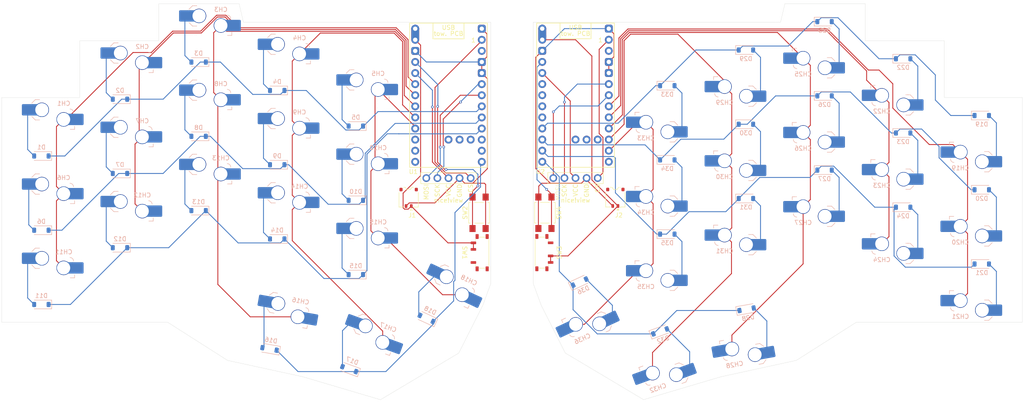
<source format=kicad_pcb>
(kicad_pcb (version 20240108) (generator "pcbnew") (generator_version "8.0")
  (layers (0 "F.Cu" jumper) (31 "B.Cu" power) (34 "B.Paste" user) (35 "F.Paste" user) (36 "B.SilkS" user "B.Silkscreen") (37 "F.SilkS" user "F.Silkscreen") (38 "B.Mask" user) (39 "F.Mask" user) (44 "Edge.Cuts" user))
  (net 0 "")
  (net 1 "Net-(D1-A)")
  (net 2 "COL0")
  (net 3 "COL1")
  (net 4 "Net-(D2-A)")
  (net 5 "COL2")
  (net 6 "Net-(D3-A)")
  (net 7 "COL3")
  (net 8 "Net-(D4-A)")
  (net 9 "Net-(D5-A)")
  (net 10 "COL4")
  (net 11 "Net-(D6-A)")
  (net 12 "Net-(D7-A)")
  (net 13 "Net-(D8-A)")
  (net 14 "Net-(D9-A)")
  (net 15 "Net-(D10-A)")
  (net 16 "Net-(D11-A)")
  (net 17 "Net-(D12-A)")
  (net 18 "Net-(D13-A)")
  (net 19 "Net-(D14-A)")
  (net 20 "Net-(D15-A)")
  (net 21 "Net-(D16-A)")
  (net 22 "Net-(D17-A)")
  (net 23 "Net-(D18-A)")
  (net 24 "ROW0")
  (net 25 "ROW1")
  (net 26 "ROW2")
  (net 27 "ROW3")
  (net 28 "SCK")
  (net 29 "GND")
  (net 30 "+3.3V")
  (net 31 "CS")
  (net 32 "MOSI")
  (net 35 "BAT")
  (net 39 "RST")
  (net 45 "COL5")
  (net 46 "Net-(D19-A)")
  (net 47 "Net-(D20-A)")
  (net 48 "Net-(D21-A)")
  (net 49 "COL6")
  (net 50 "Net-(D22-A)")
  (net 51 "Net-(D23-A)")
  (net 52 "Net-(D24-A)")
  (net 53 "COL7")
  (net 54 "Net-(D25-A)")
  (net 55 "Net-(D26-A)")
  (net 56 "Net-(D27-A)")
  (net 57 "Net-(D28-A)")
  (net 58 "COL8")
  (net 59 "Net-(D29-A)")
  (net 60 "Net-(D30-A)")
  (net 61 "Net-(D31-A)")
  (net 62 "Net-(D32-A)")
  (net 63 "Net-(D33-A)")
  (net 64 "COL9")
  (net 65 "Net-(D34-A)")
  (net 66 "Net-(D35-A)")
  (net 67 "Net-(D36-A)")
  (net 68 "ROW4")
  (net 69 "ROW5")
  (net 70 "ROW6")
  (net 71 "ROW7")
  (net 72 "CSx")
  (net 73 "MOSIx")
  (net 74 "SCKx")
  (net 75 "BATx")
  (net 77 "RSTx")
  (net 83 "+3.3Vx")
  (net 84 "GNDx")
  (footprint "PCM_marbastlib-xp-promicroish:nice_nano_AH_USBdn" (layer "F.Cu") (at 146.993743 38.398004)
    (property "Reference" "U2")
    (property "Value" "nice_nano")
  )
  (footprint "nice_view:nice_view" (layer "F.Cu") (at 117.908718 39.604348)
    (property "Reference" "Display1")
    (property "Value" "nice!view")
  )
  (footprint "PCM_marbastlib-xp-promicroish:nice_nano_AH_USBdn" (layer "F.Cu") (at 117.908718 38.411848)
    (property "Reference" "U1")
    (property "Value" "nice_nano")
  )
  (footprint "PCM_marbastlib-various:SW_MSK12C02-HB" (layer "F.Cu") (at 125.612436 73.186196 -90)
    (property "Reference" "SW1")
    (property "Value" "SW_SPDT")
  )
  (footprint "Button_Switch_SMD:SW_SPST_TL3305A" (layer "F.Cu") (at 124.912436 64.056196 90)
    (property "Reference" "SW2")
    (property "Value" "SW_Push")
  )
  (footprint "PCM_marbastlib-various:SW_MSK12C02-HB" (layer "F.Cu") (at 139.290025 73.172351 90)
    (property "Reference" "SW3")
    (property "Value" "SW_SPDT")
  )
  (footprint "PCM_marbastlib-various:CON_JST_ACH_BM02B" (layer "F.Cu") (at 156.112029 60.618004 180)
    (property "Reference" "J2")
    (property "Value" "Conn_01x02")
  )
  (footprint "nice_view:nice_view" (layer "F.Cu") (at 146.993743 39.590504)
    (property "Reference" "Display2")
    (property "Value" "nice!view")
  )
  (footprint "Button_Switch_SMD:SW_SPST_TL3305A" (layer "F.Cu") (at 139.990025 64.042351 -90)
    (property "Reference" "SW4")
    (property "Value" "SW_Push")
  )
  (footprint "PCM_marbastlib-various:CON_JST_ACH_BM02B" (layer "F.Cu") (at 108.790432 60.631848 180)
    (property "Reference" "J1")
    (property "Value" "Conn_01x02")
  )
  (footprint "Diode_SMD:D_SOD-123" (layer "B.Cu") (at 222.014357 45.779363)
    (property "Reference" "D23")
    (property "Value" "1N4148W")
  )
  (footprint "Diode_SMD:D_SOD-123" (layer "B.Cu") (at 96.690418 78.200348 180)
    (property "Reference" "D15")
    (property "Value" "1N4148W")
  )
  (footprint "Diode_SMD:D_SOD-123" (layer "B.Cu") (at 76.930518 95.227948 170)
    (property "Reference" "D16")
    (property "Value" "1N4148W")
  )
  (footprint "PCM_marbastlib-choc:SW_choc_v1_HS_CPG135001S30_1u" (layer "B.Cu") (at 96.858618 95.538748 -20)
    (property "Reference" "CH17")
    (property "Value" "choc_v1_SW_HS")
  )
  (footprint "PCM_marbastlib-choc:SW_choc_v1_HS_CPG135001S30_1u" (layer "B.Cu") (at 78.790418 65.420348)
    (property "Reference" "CH14")
    (property "Value" "choc_v1_SW_HS")
  )
  (footprint "Diode_SMD:D_SOD-123" (layer "B.Cu") (at 204.014357 37.279363)
    (property "Reference" "D26")
    (property "Value" "1N4148W")
  )
  (footprint "PCM_marbastlib-choc:SW_choc_v1_HS_CPG135001S30_1u" (layer "B.Cu") (at 78.790418 48.420348)
    (property "Reference" "CH9")
    (property "Value" "choc_v1_SW_HS")
  )
  (footprint "PCM_marbastlib-choc:SW_choc_v1_HS_CPG135001S30_1u" (layer "B.Cu") (at 60.790418 58.920348)
    (property "Reference" "CH13")
    (property "Value" "choc_v1_SW_HS")
  )
  (footprint "Diode_SMD:D_SOD-123" (layer "B.Cu") (at 222.014357 28.779363)
    (property "Reference" "D22")
    (property "Value" "1N4148W")
  )
  (footprint "Diode_SMD:D_SOD-123" (layer "B.Cu") (at 186.014357 60.779365)
    (property "Reference" "D31")
    (property "Value" "1N4148W")
  )
  (footprint "PCM_marbastlib-choc:SW_choc_v1_HS_CPG135001S30_1u" (layer "B.Cu") (at 168.114356 39.569364 180)
    (property "Reference" "CH33")
    (property "Value" "choc_v1_SW_HS")
  )
  (footprint "Diode_SMD:D_SOD-123" (layer "B.Cu") (at 204.014357 20.279364)
    (property "Reference" "D25")
    (property "Value" "1N4148W")
  )
  (footprint "PCM_marbastlib-choc:SW_choc_v1_HS_CPG135001S30_1u" (layer "B.Cu") (at 78.790418 31.420348)
    (property "Reference" "CH4")
    (property "Value" "choc_v1_SW_HS")
  )
  (footprint "PCM_marbastlib-choc:SW_choc_v1_HS_CPG135001S30_1u" (layer "B.Cu") (at 168.114356 56.569364 180)
    (property "Reference" "CH34")
    (property "Value" "choc_v1_SW_HS")
  )
  (footprint "Diode_SMD:D_SOD-123" (layer "B.Cu") (at 95.182818 99.850648 160)
    (property "Reference" "D17")
    (property "Value" "1N4148W")
  )
  (footprint "Diode_SMD:D_SOD-123" (layer "B.Cu") (at 240.014357 58.779364)
    (property "Reference" "D20")
    (property "Value" "1N4148W")
  )
  (footprint "PCM_marbastlib-choc:SW_choc_v1_HS_CPG135001S30_1u" (layer "B.Cu") (at 114.923411 84.096248 -25)
    (property "Reference" "CH18")
    (property "Value" "choc_v1_SW_HS")
  )
  (footprint "Diode_SMD:D_SOD-123" (layer "B.Cu") (at 60.690418 29.545348 180)
    (property "Reference" "D3")
    (property "Value" "1N4148W")
  )
  (footprint "Diode_SMD:D_SOD-123" (layer "B.Cu") (at 222.014357 62.779364)
    (property "Reference" "D24")
    (property "Value" "1N4148W")
  )
  (footprint "PCM_marbastlib-choc:SW_choc_v1_HS_CPG135001S30_1u" (layer "B.Cu") (at 240.114357 63.404364 180)
    (property "Reference" "CH20")
    (property "Value" "choc_v1_SW_HS")
  )
  (footprint "Diode_SMD:D_SOD-123" (layer "B.Cu") (at 60.690418 63.545348 180)
    (property "Reference" "D13")
    (property "Value" "1N4148W")
  )
  (footprint "Diode_SMD:D_SOD-123" (layer "B.Cu") (at 166.368031 91.213027 20)
    (property "Reference" "D32")
    (property "Value" "1N4148W")
  )
  (footprint "PCM_marbastlib-choc:SW_choc_v1_HS_CPG135001S30_1u" (layer "B.Cu") (at 186.114357 65.404364 180)
    (property "Reference" "CH31")
    (property "Value" "choc_v1_SW_HS")
  )
  (footprint "Diode_SMD:D_SOD-123" (layer "B.Cu") (at 96.690418 44.200348 180)
    (property "Reference" "D5")
    (property "Value" "1N4148W")
  )
  (footprint "PCM_marbastlib-choc:SW_choc_v1_HS_CPG135001S30_1u" (layer "B.Cu") (at 96.790418 39.575348)
    (property "Reference" "CH5")
    (property "Value" "choc_v1_SW_HS")
  )
  (footprint "PCM_marbastlib-choc:SW_choc_v1_HS_CPG135001S30_1u" (layer "B.Cu") (at 222.114357 67.404364 180)
    (property "Reference" "CH24")
    (property "Value" "choc_v1_SW_HS")
  )
  (footprint "PCM_marbastlib-choc:SW_choc_v1_HS_CPG135001S30_1u" (layer "B.Cu") (at 24.790418 46.420348)
    (property "Reference" "CH1")
    (property "Value" "choc_v1_SW_HS")
  )
  (footprint "Diode_SMD:D_SOD-123" (layer "B.Cu") (at 240.014357 75.779363)
    (property "Reference" "D21")
    (property "Value" "1N4148W")
  )
  (footprint "Diode_SMD:D_SOD-123" (layer "B.Cu") (at 147.93385 79.933003 25)
    (property "Reference" "D36")
    (property "Value" "1N4148W")
  )
  (footprint "PCM_marbastlib-choc:SW_choc_v1_HS_CPG135001S30_1u" (layer "B.Cu") (at 187.070342 90.676704 -170)
    (property "Reference" "CH28")
    (property "Value" "choc_v1_SW_HS")
  )
  (footprint "PCM_marbastlib-choc:SW_choc_v1_HS_CPG135001S30_1u" (layer "B.Cu") (at 222.114357 33.404363 180)
    (property "Reference" "CH22")
    (property "Value" "choc_v1_SW_HS")
  )
  (footprint "PCM_marbastlib-choc:SW_choc_v1_HS_CPG135001S30_1u" (layer "B.Cu") (at 204.114357 41.904363 180)
    (property "Reference" "CH26")
    (property "Value" "choc_v1_SW_HS")
  )
  (footprint "PCM_marbastlib-choc:SW_choc_v1_HS_CPG135001S30_1u" (layer "B.Cu") (at 240.114357 80.404364 180)
    (property "Reference" "CH21")
    (property "Value" "choc_v1_SW_HS")
  )
  (footprint "PCM_marbastlib-choc:SW_choc_v1_HS_CPG135001S30_1u" (layer "B.Cu") (at 42.790418 50.420348)
    (property "Reference" "CH7")
    (property "Value" "choc_v1_SW_HS")
  )
  (footprint "PCM_marbastlib-choc:SW_choc_v1_HS_CPG135001S30_1u" (layer "B.Cu") (at 240.114357 46.404363 180)
    (property "Reference" "CH19")
    (property "Value" "choc_v1_SW_HS")
  )
  (footprint "PCM_marbastlib-choc:SW_choc_v1_HS_CPG135001S30_1u" (layer "B.Cu") (at 204.114357 58.904363 180)
    (property "Reference" "CH27")
    (property "Value" "choc_v1_SW_HS")
  )
  (footprint "PCM_marbastlib-choc:SW_choc_v1_HS_CPG135001S30_1u" (layer "B.Cu") (at 222.114357 50.404363 180)
    (property "Reference" "CH23")
    (property "Value" "choc_v1_SW_HS")
  )
  (footprint "Diode_SMD:D_SOD-123" (layer "B.Cu") (at 186.014356 43.779364)
    (property "Reference" "D30")
    (property "Value" "1N4148W")
  )
  (footprint "PCM_marbastlib-choc:SW_choc_v1_HS_CPG135001S30_1u" (layer "B.Cu") (at 60.790418 24.920348)
    (property "Reference" "CH3")
    (property "Value" "choc_v1_SW_HS")
  )
  (footprint "Diode_SMD:D_SOD-123" (layer "B.Cu") (at 186.014356 26.779364)
    (property "Reference" "D29")
    (property "Value" "1N4148W")
  )
  (footprint "PCM_marbastlib-choc:SW_choc_v1_HS_CPG135001S30_1u" (layer "B.Cu") (at 204.114357 24.904364 180)
    (property "Reference" "CH25")
    (property "Value" "choc_v1_SW_HS")
  )
  (footprint "PCM_marbastlib-choc:SW_choc_v1_HS_CPG135001S30_1u" (layer "B.Cu") (at 96.790418 73.575348)
    (property "Reference" "CH15")
    (property "Value" "choc_v1_SW_HS")
  )
  (footprint "PCM_marbastlib-choc:SW_choc_v1_HS_CPG135001S30_1u" (layer "B.Cu") (at 24.790418 80.420348)
    (property "Reference" "CH11")
    (property "Value" "choc_v1_SW_HS")
  )
  (footprint "Diode_SMD:D_SOD-123" (layer "B.Cu") (at 78.690418 36.045348 180)
    (property "Reference" "D4")
    (property "Value" "1N4148W")
  )
  (footprint "PCM_marbastlib-choc:SW_choc_v1_HS_CPG135001S30_1u" (layer "B.Cu") (at 149.97905 84.082403 -155)
    (property "Reference" "CH36")
    (property "Value" "choc_v1_SW_HS")
  )
  (footprint "Diode_SMD:D_SOD-123" (layer "B.Cu") (at 96.690418 61.200348 180)
    (property "Reference" "D10")
    (property "Value" "1N4148W")
  )
  (footprint "Diode_SMD:D_SOD-123" (layer "B.Cu") (at 24.690418 51.045348 180)
    (property "Reference" "D1")
    (property "Value" "1N4148W")
  )
  (footprint "PCM_marbastlib-choc:SW_choc_v1_HS_CPG135001S30_1u" (layer "B.Cu") (at 186.114356 31.404364 180)
    (property "Reference" "CH29")
    (property "Value" "choc_v1_SW_HS")
  )
  (footprint "PCM_marbastlib-choc:SW_choc_v1_HS_CPG135001S30_1u" (layer "B.Cu") (at 168.114357 73.569364 180)
    (property "Reference" "CH35")
    (property "Value" "choc_v1_SW_HS")
  )
  (footprint "PCM_marbastlib-choc:SW_choc_v1_HS_CPG135001S30_1u" (layer "B.Cu") (at 96.790418 56.575348)
    (property "Reference" "CH10")
    (property "Value" "choc_v1_SW_HS")
  )
  (footprint "Diode_SMD:D_SOD-123" (layer "B.Cu") (at 168.014357 68.944364)
    (property "Reference" "D35")
    (property "Value" "1N4148W")
  )
  (footprint "Diode_SMD:D_SOD-123" (layer "B.Cu") (at 204.014357 54.279363)
    (property "Reference" "D27")
    (property "Value" "1N4148W")
  )
  (footprint "Diode_SMD:D_SOD-123" (layer "B.Cu") (at 168.014356 34.944364)
    (property "Reference" "D33")
    (property "Value" "1N4148W")
  )
  (footprint "PCM_marbastlib-choc:SW_choc_v1_HS_CPG135001S30_1u" (layer "B.Cu") (at 186.114356 48.404364 180)
    (property "Reference" "CH30")
    (property "Value" "choc_v1_SW_HS")
  )
  (footprint "PCM_marbastlib-choc:SW_choc_v1_HS_CPG135001S30_1u" (layer "B.Cu") (at 60.790418 41.920348)
    (property "Reference" "CH8")
    (property "Value" "choc_v1_SW_HS")
  )
  (footprint "Diode_SMD:D_SOD-123" (layer "B.Cu") (at 168.014357 51.944364)
    (property "Reference" "D34")
    (property "Value" "1N4148W")
  )
  (footprint "Diode_SMD:D_SOD-123" (layer "B.Cu") (at 42.690418 72.045348 180)
    (property "Reference" "D12")
    (property "Value" "1N4148W")
  )
  (footprint "Diode_SMD:D_SOD-123" (layer "B.Cu") (at 42.690418 55.045348 180)
    (property "Reference" "D7")
    (property "Value" "1N4148W")
  )
  (footprint "Diode_SMD:D_SOD-123" (layer "B.Cu") (at 112.878211 88.245648 155)
    (property "Reference" "D18")
    (property "Value" "1N4148W")
  )
  (footprint "PCM_marbastlib-choc:SW_choc_v1_HS_CPG135001S30_1u" (layer "B.Cu") (at 42.790418 33.420348)
    (property "Reference" "CH2")
    (property "Value" "choc_v1_SW_HS")
  )
  (footprint "PCM_marbastlib-choc:SW_choc_v1_HS_CPG135001S30_1u" (layer "B.Cu") (at 24.790418 63.420348)
    (property "Reference" "CH6")
    (property "Value" "choc_v1_SW_HS")
  )
  (footprint "Diode_SMD:D_SOD-123" (layer "B.Cu") (at 78.690418 70.045348 180)
    (property "Reference" "D14")
    (property "Value" "1N4148W")
  )
  (footprint "Diode_SMD:D_SOD-123" (layer "B.Cu") (at 24.690418 85.045348 180)
    (property "Reference" "D11")
    (property "Value" "1N4148W")
  )
  (footprint "Diode_SMD:D_SOD-123" (layer "B.Cu") (at 42.690418 38.045348 180)
    (property "Reference" "D2")
    (property "Value" "1N4148W")
  )
  (footprint "Diode_SMD:D_SOD-123" (layer "B.Cu") (at 186.168738 86.139333 10)
    (property "Reference" "D28")
    (property "Value" "1N4148W")
  )
  (footprint "Diode_SMD:D_SOD-123" (layer "B.Cu") (at 240.014357 41.779363)
    (property "Reference" "D19")
    (property "Value" "1N4148W")
  )
  (footprint "Diode_SMD:D_SOD-123" (layer "B.Cu") (at 24.690418 68.045348 180)
    (property "Reference" "D6")
    (property "Value" "1N4148W")
  )
  (footprint "PCM_marbastlib-choc:SW_choc_v1_HS_CPG135001S30_1u" (layer "B.Cu") (at 42.790418 67.420348)
    (property "Reference" "CH12")
    (property "Value" "choc_v1_SW_HS")
  )
  (footprint "PCM_marbastlib-choc:SW_choc_v1_HS_CPG135001S30_1u" (layer "B.Cu") (at 77.832118 90.690548 -10)
    (property "Reference" "CH16")
    (property "Value" "choc_v1_SW_HS")
  )
  (footprint "Diode_SMD:D_SOD-123" (layer "B.Cu") (at 60.690418 46.545348 180)
    (property "Reference" "D8")
    (property "Value" "1N4148W")
  )
  (footprint "Diode_SMD:D_SOD-123" (layer "B.Cu") (at 78.690418 53.045348 180)
    (property "Reference" "D9")
    (property "Value" "1N4148W")
  )
  (footprint "PCM_marbastlib-choc:SW_choc_v1_HS_CPG135001S30_1u" (layer "B.Cu") (at 168.043843 95.524903 -160)
    (property "Reference" "CH32")
    (property "Value" "choc_v1_SW_HS")
  )
  (gr_poly (pts (xy 127.612436 80.196196) (xy 125.792436 85.186196) (xy 120.258718 96.17036) (xy 102.328725 106.854354) (xy 84.578725 101.604354) (xy 67.328725 97.854354) (xy 53.578725 89.104354) (xy 34.078725 89.104354) (xy 15.578725 89.104354) (xy 15.578725 37.67036) (xy 33.460432 37.67036) (xy 33.460432 24.67036) (xy 51.578725 24.67036) (xy 51.578725 16.17036) (xy 69.960432 16.17036) (xy 70.960432 20.42036) (xy 127.612436 20.421848)) (stroke (width 0.05)) (fill none) (layer "Edge.Cuts"))
  (gr_poly (pts (xy 137.290025 80.182351) (xy 139.110025 85.172351) (xy 144.643743 96.156515) (xy 162.573736 106.84051) (xy 180.323736 101.59051) (xy 197.573735 97.84051) (xy 211.323735 89.09051) (xy 230.823736 89.09051) (xy 249.323736 89.09051) (xy 249.323736 37.656517) (xy 231.442029 37.656517) (xy 231.442029 24.656517) (xy 213.323736 24.656516) (xy 213.323736 16.156516) (xy 194.942029 16.156516) (xy 193.942029 20.406516) (xy 137.290026 20.408004)) (stroke (width 0.05)) (fill none) (layer "Edge.Cuts"))
  (segment (start 21.545418 49.550348) (end 23.040418 51.045348) (width 0.2) (layer "B.Cu") (net 1))
  (segment (start 21.545418 40.470348) (end 21.545418 49.550348) (width 0.2) (layer "B.Cu") (net 1))
  (segment (start 29.790418 42.670348) (end 28.140418 44.320348) (width 0.2) (layer "F.Cu") (net 2))
  (segment (start 64.817016 18.820348) (end 66.927904 18.820348) (width 0.2) (layer "F.Cu") (net 2))
  (segment (start 30.360218 42.670348) (end 45.680218 27.350348) (width 0.2) (layer "F.Cu") (net 2))
  (segment (start 28.140418 44.320348) (end 28.140418 58.020348) (width 0.2) (layer "F.Cu") (net 2))
  (segment (start 28.140418 75.020348) (end 29.790418 76.670348) (width 0.2) (layer "F.Cu") (net 2))
  (segment (start 66.927904 18.820348) (end 69.789404 21.681848) (width 0.2) (layer "F.Cu") (net 2))
  (segment (start 63.440418 20.196946) (end 64.817016 18.820348) (width 0.2) (layer "F.Cu") (net 2))
  (segment (start 29.790418 76.670348) (end 30.176918 77.056848) (width 0.2) (layer "F.Cu") (net 2))
  (segment (start 29.790418 59.670348) (end 28.140418 61.320348) (width 0.2) (layer "F.Cu") (net 2))
  (segment (start 105.930089 21.681848) (end 108.648718 24.400477) (width 0.2) (layer "F.Cu") (net 2))
  (segment (start 49.875418 27.350348) (end 54.755418 22.470348) (width 0.2) (layer "F.Cu") (net 2))
  (segment (start 69.789404 21.681848) (end 105.930089 21.681848) (width 0.2) (layer "F.Cu") (net 2))
  (segment (start 108.648718 32.961848) (end 110.288718 34.601848) (width 0.2) (layer "F.Cu") (net 2))
  (segment (start 54.755418 22.470348) (end 61.167015 22.470348) (width 0.2) (layer "F.Cu") (net 2))
  (segment (start 61.167015 22.470348) (end 63.440418 20.196946) (width 0.2) (layer "F.Cu") (net 2))
  (segment (start 29.790418 42.670348) (end 30.360218 42.670348) (width 0.2) (layer "F.Cu") (net 2))
  (segment (start 28.140418 61.320348) (end 28.140418 75.020348) (width 0.2) (layer "F.Cu") (net 2))
  (segment (start 45.680218 27.350348) (end 49.875418 27.350348) (width 0.2) (layer "F.Cu") (net 2))
  (segment (start 108.648718 24.400477) (end 108.648718 32.961848) (width 0.2) (layer "F.Cu") (net 2))
  (segment (start 28.140418 58.020348) (end 29.790418 59.670348) (width 0.2) (layer "F.Cu") (net 2))
  (segment (start 64.982701 19.220348) (end 66.762218 19.220348) (width 0.2) (layer "F.Cu") (net 3))
  (segment (start 105.764403 22.081848) (end 108.198718 24.516163) (width 0.2) (layer "F.Cu") (net 3))
  (segment (start 66.762218 19.220348) (end 69.623718 22.081848) (width 0.2) (layer "F.Cu") (net 3))
  (segment (start 48.121104 29.670348) (end 54.921104 22.870348) (width 0.2) (layer "F.Cu") (net 3))
  (segment (start 47.790418 29.465148) (end 48.348718 28.906848) (width 0.2) (layer "F.Cu") (net 3))
  (segment (start 46.140418 48.320348) (end 46.140418 62.020348) (width 0.2) (layer "F.Cu") (net 3))
  (segment (start 108.198718 35.051848) (end 110.288718 37.141848) (width 0.2) (layer "F.Cu") (net 3))
  (segment (start 46.140418 62.020348) (end 47.790418 63.670348) (width 0.2) (layer "F.Cu") (net 3))
  (segment (start 47.090418 30.370348) (end 47.090418 45.970348) (width 0.2) (layer "F.Cu") (net 3))
  (segment (start 47.790418 29.670348) (end 48.121104 29.670348) (width 0.2) (layer "F.Cu") (net 3))
  (segment (start 47.090418 45.970348) (end 47.790418 46.670348) (width 0.2) (layer "F.Cu") (net 3))
  (segment (start 108.198718 24.516163) (end 108.198718 35.051848) (width 0.2) (layer "F.Cu") (net 3))
  (segment (start 69.623718 22.081848) (end 105.764403 22.081848) (width 0.2) (layer "F.Cu") (net 3))
  (segment (start 61.332701 22.870348) (end 64.982701 19.220348) (width 0.2) (layer "F.Cu") (net 3))
  (segment (start 47.790418 46.670348) (end 46.140418 48.320348) (width 0.2) (layer "F.Cu") (net 3))
  (segment (start 47.790418 29.670348) (end 47.090418 30.370348) (width 0.2) (layer "F.Cu") (net 3))
  (segment (start 54.921104 22.870348) (end 61.332701 22.870348) (width 0.2) (layer "F.Cu") (net 3))
  (segment (start 47.790418 29.670348) (end 47.790418 29.465148) (width 0.2) (layer "F.Cu") (net 3))
  (segment (start 39.545418 36.550348) (end 41.040418 38.045348) (width 0.2) (layer "B.Cu") (net 4))
  (segment (start 39.545418 27.470348) (end 39.545418 36.550348) (width 0.2) (layer "B.Cu") (net 4))
  (segment (start 107.798718 24.681849) (end 107.798718 37.191848) (width 0.2) (layer "F.Cu") (net 5))
  (segment (start 65.790418 21.170348) (end 67.126918 22.506848) (width 0.2) (layer "F.Cu") (net 5))
  (segment (start 67.126918 22.506848) (end 105.623717 22.506848) (width 0.2) (layer "F.Cu") (net 5))
  (segment (start 65.790418 38.170348) (end 65.090418 38.870348) (width 0.2) (layer "F.Cu") (net 5))
  (segment (start 72.50763 87.86576) (end 65.090418 80.448548) (width 0.2) (layer "F.Cu") (net 5))
  (segment (start 64.140418 36.520348) (end 65.790418 38.170348) (width 0.2) (layer "F.Cu") (net 5))
  (segment (start 107.798718 37.191848) (end 110.288718 39.681848) (width 0.2) (layer "F.Cu") (net 5))
  (segment (start 83.173718 87.806848) (end 83.173718 86.381618) (width 0.2) (layer "F.Cu") (net 5))
  (segment (start 83.23263 87.86576) (end 83.173718 87.806848) (width 0.2) (layer "F.Cu") (net 5))
  (segment (start 65.090418 38.870348) (end 65.090418 54.470348) (width 0.2) (layer "F.Cu") (net 5))
  (segment (start 83.407337 87.86576) (end 83.23263 87.86576) (width 0.2) (layer "F.Cu") (net 5))
  (segment (start 64.140418 22.820348) (end 64.140418 36.520348) (width 0.2) (layer "F.Cu") (net 5))
  (segment (start 65.090418 54.470348) (end 65.790418 55.170348) (width 0.2) (layer "F.Cu") (net 5))
  (segment (start 65.790418 21.170348) (end 64.140418 22.820348) (width 0.2) (layer "F.Cu") (net 5))
  (segment (start 65.090418 55.870348) (end 65.790418 55.170348) (width 0.2) (layer "F.Cu") (net 5))
  (segment (start 65.090418 80.448548) (end 65.090418 55.870348) (width 0.2) (layer "F.Cu") (net 5))
  (segment (start 105.623717 22.506848) (end 107.798718 24.681849) (width 0.2) (layer "F.Cu") (net 5))
  (segment (start 83.407337 87.86576) (end 72.50763 87.86576) (width 0.2) (layer "F.Cu") (net 5))
  (segment (start 57.545418 28.050348) (end 59.040418 29.545348) (width 0.2) (layer "B.Cu") (net 6))
  (segment (start 57.545418 18.970348) (end 57.545418 28.050348) (width 0.2) (layer "B.Cu") (net 6))
  (segment (start 105.458031 22.906848) (end 107.398718 24.847535) (width 0.2) (layer "F.Cu") (net 7))
  (segment (start 107.398718 39.331848) (end 110.288718 42.221848) (width 0.2) (layer "F.Cu") (net 7))
  (segment (start 82.140418 70.436639) (end 82.140418 63.320348) (width 0.2) (layer "F.Cu") (net 7))
  (segment (start 82.140418 63.320348) (end 83.790418 61.670348) (width 0.2) (layer "F.Cu") (net 7))
  (segment (start 107.398718 24.847535) (end 107.398718 39.331848) (width 0.2) (layer "F.Cu") (net 7))
  (segment (start 110.288718 41.565931) (end 110.288718 42.221848) (width 0.2) (layer "F.Cu") (net 7))
  (segment (start 102.839656 91.135877) (end 82.140418 70.436639) (width 0.2) (layer "F.Cu") (net 7))
  (segment (start 82.140418 60.020348) (end 83.790418 61.670348) (width 0.2) (layer "F.Cu") (net 7))
  (segment (start 82.140418 43.020348) (end 83.790418 44.670348) (width 0.2) (layer "F.Cu") (net 7))
  (segment (start 102.839656 93.725002) (end 102.839656 91.135877) (width 0.2) (layer "F.Cu") (net 7))
  (segment (start 82.140418 46.320348) (end 82.140418 60.020348) (width 0.2) (layer "F.Cu") (net 7))
  (segment (start 88.553918 22.906848) (end 105.458031 22.906848) (width 0.2) (layer "F.Cu") (net 7))
  (segment (start 82.140418 29.320348) (end 82.140418 43.020348) (width 0.2) (layer "F.Cu") (net 7))
  (segment (start 83.790418 44.670348) (end 82.140418 46.320348) (width 0.2) (layer "F.Cu") (net 7))
  (segment (start 83.790418 27.670348) (end 88.553918 22.906848) (width 0.2) (layer "F.Cu") (net 7))
  (segment (start 83.790418 27.670348) (end 82.140418 29.320348) (width 0.2) (layer "F.Cu") (net 7))
  (segment (start 75.545418 25.470348) (end 75.545418 34.550348) (width 0.2) (layer "B.Cu") (net 8))
  (segment (start 75.545418 34.550348) (end 77.040418 36.045348) (width 0.2) (layer "B.Cu") (net 8))
  (segment (start 93.545418 42.705348) (end 95.040418 44.200348) (width 0.2) (layer "B.Cu") (net 9))
  (segment (start 93.545418 33.625348) (end 93.545418 42.705348) (width 0.2) (layer "B.Cu") (net 9))
  (segment (start 101.090418 36.525348) (end 101.090418 52.125348) (width 0.2) (layer "F.Cu") (net 10))
  (segment (start 101.790418 35.825348) (end 110.288718 44.323648) (width 0.2) (layer "F.Cu") (net 10))
  (segment (start 121.039768 82.810685) (end 116.536986 82.810685) (width 0.2) (layer "F.Cu") (net 10))
  (segment (start 100.140418 54.475348) (end 100.140418 68.175348) (width 0.2) (layer "F.Cu") (net 10))
  (segment (start 100.140418 68.175348) (end 101.790418 69.825348) (width 0.2) (layer "F.Cu") (net 10))
  (segment (start 116.536986 82.810685) (end 103.551649 69.825348) (width 0.2) (layer "F.Cu") (net 10))
  (segment (start 103.551649 69.825348) (end 101.790418 69.825348) (width 0.2) (layer "F.Cu") (net 10))
  (segment (start 101.790418 35.825348) (end 101.090418 36.525348) (width 0.2) (layer "F.Cu") (net 10))
  (segment (start 110.288718 44.323648) (end 110.288718 44.761848) (width 0.2) (layer "F.Cu") (net 10))
  (segment (start 101.790418 52.825348) (end 100.140418 54.475348) (width 0.2) (layer "F.Cu") (net 10))
  (segment (start 101.090418 52.125348) (end 101.790418 52.825348) (width 0.2) (layer "F.Cu") (net 10))
  (segment (start 21.712218 57.470348) (end 21.798718 57.556848) (width 0.2) (layer "B.Cu") (net 11))
  (segment (start 21.545418 57.470348) (end 21.712218 57.470348) (width 0.2) (layer "B.Cu") (net 11))
  (segment (start 21.798718 57.556848) (end 21.798718 66.803648) (width 0.2) (layer "B.Cu") (net 11))
  (segment (start 21.798718 66.803648) (end 23.040418 68.045348) (width 0.2) (layer "B.Cu") (net 11))
  (segment (start 39.545418 53.550348) (end 41.040418 55.045348) (width 0.2) (layer "B.Cu") (net 12))
  (segment (start 39.545418 44.470348) (end 39.545418 53.550348) (width 0.2) (layer "B.Cu") (net 12))
  (segment (start 57.545418 45.050348) (end 59.040418 46.545348) (width 0.2) (layer "B.Cu") (net 13))
  (segment (start 57.545418 35.970348) (end 57.545418 45.050348) (width 0.2) (layer "B.Cu") (net 13))
  (segment (start 75.545418 42.470348) (end 75.545418 51.550348) (width 0.2) (layer "B.Cu") (net 14))
  (segment (start 75.545418 51.550348) (end 77.040418 53.045348) (width 0.2) (layer "B.Cu") (net 14))
  (segment (start 93.545418 59.705348) (end 95.040418 61.200348) (width 0.2) (layer "B.Cu") (net 15))
  (segment (start 93.545418 50.625348) (end 93.545418 59.705348) (width 0.2) (layer "B.Cu") (net 15))
  (segment (start 21.545418 74.470348) (end 21.545418 83.550348) (width 0.2) (layer "B.Cu") (net 16))
  (segment (start 21.545418 83.550348) (end 23.040418 85.045348) (width 0.2) (layer "B.Cu") (net 16))
  (segment (start 39.545418 70.550348) (end 41.040418 72.045348) (width 0.2) (layer "B.Cu") (net 17))
  (segment (start 39.545418 61.470348) (end 39.545418 70.550348) (width 0.2) (layer "B.Cu") (net 17))
  (segment (start 57.545418 62.050348) (end 59.040418 63.545348) (width 0.2) (layer "B.Cu") (net 18))
  (segment (start 57.545418 52.970348) (end 57.545418 62.050348) (width 0.2) (layer "B.Cu") (net 18))
  (segment (start 75.545418 68.550348) (end 77.040418 70.045348) (width 0.2) (layer "B.Cu") (net 19))
  (segment (start 75.545418 59.470348) (end 75.545418 68.550348) (width 0.2) (layer "B.Cu") (net 19))
  (segment (start 93.545418 76.705348) (end 95.040418 78.200348) (width 0.2) (layer "B.Cu") (net 20))
  (segment (start 93.545418 67.625348) (end 93.545418 76.705348) (width 0.2) (layer "B.Cu") (net 20))
  (segment (start 75.669623 84.267456) (end 75.669623 94.577391) (width 0.2) (layer "B.Cu") (net 21))
  (segment (start 75.669623 94.577391) (end 75.305585 94.941429) (width 0.2) (layer "B.Cu") (net 21))
  (segment (start 95.844335 88.837722) (end 93.632325 91.049732) (width 0.2) (layer "B.Cu") (net 22))
  (segment (start 93.632325 91.049732) (end 93.632325 99.286315) (width 0.2) (layer "B.Cu") (net 22))
  (segment (start 114.497021 77.33232) (end 114.497021 78.76671) (width 0.2) (layer "B.Cu") (net 23))
  (segment (start 111.098718 82.165013) (end 111.098718 87.264243) (width 0.2) (layer "B.Cu") (net 23))
  (segment (start 114.497021 78.76671) (end 111.098718 82.165013) (width 0.2) (layer "B.Cu") (net 23))
  (segment (start 111.098718 87.264243) (end 111.382803 87.548328) (width 0.2) (layer "B.Cu") (net 23))
  (segment (start 98.340418 44.200348) (end 98.455218 44.200348) (width 0.2) (layer "B.Cu") (net 24))
  (segment (start 124.328718 40.881848) (end 125.528718 39.681848) (width 0.2) (layer "B.Cu") (net 24))
  (segment (start 52.566254 38.045348) (end 61.066254 29.545348) (width 0.2) (layer "B.Cu") (net 24))
  (segment (start 79.440418 36.945348) (end 73.090418 36.945348) (width 0.2) (layer "B.Cu") (net 24))
  (segment (start 98.455218 44.200348) (end 101.773718 40.881848) (width 0.2) (layer "B.Cu") (net 24))
  (segment (start 44.340418 38.045348) (end 52.566254 38.045348) (width 0.2) (layer "B.Cu") (net 24))
  (segment (start 65.690418 29.545348) (end 62.340418 29.545348) (width 0.2) (layer "B.Cu") (net 24))
  (segment (start 30.066254 51.045348) (end 43.066254 38.045348) (width 0.2) (layer "B.Cu") (net 24))
  (segment (start 85.345418 36.045348) (end 80.340418 36.045348) (width 0.2) (layer "B.Cu") (net 24))
  (segment (start 94.400418 45.100348) (end 85.345418 36.045348) (width 0.2) (layer "B.Cu") (net 24))
  (segment (start 97.440418 45.100348) (end 94.400418 45.100348) (width 0.2) (layer "B.Cu") (net 24))
  (segment (start 80.340418 36.045348) (end 79.440418 36.945348) (width 0.2) (layer "B.Cu") (net 24))
  (segment (start 98.340418 44.200348) (end 97.440418 45.100348) (width 0.2) (layer "B.Cu") (net 24))
  (segment (start 73.090418 36.945348) (end 65.690418 29.545348) (width 0.2) (layer "B.Cu") (net 24))
  (segment (start 43.066254 38.045348) (end 44.340418 38.045348) (width 0.2) (layer "B.Cu") (net 24))
  (segment (start 101.773718 40.881848) (end 124.328718 40.881848) (width 0.2) (layer "B.Cu") (net 24))
  (segment (start 26.340418 51.045348) (end 30.066254 51.045348) (width 0.2) (layer "B.Cu") (net 24))
  (segment (start 61.066254 29.545348) (end 62.340418 29.545348) (width 0.2) (layer "B.Cu") (net 24))
  (segment (start 98.840418 50.440148) (end 105.698718 43.581848) (width 0.2) (layer "B.Cu") (net 25))
  (segment (start 61.066254 46.545348) (end 62.340418 46.545348) (width 0.2) (layer "B.Cu") (net 25))
  (segment (start 79.440418 53.945348) (end 70.787218 53.945348) (width 0.2) (layer "B.Cu") (net 25))
  (segment (start 70.787218 53.945348) (end 63.387218 46.545348) (width 0.2) (layer "B.Cu") (net 25))
  (segment (start 105.698718 43.581848) (end 109.771661 43.581848) (width 0.2) (layer "B.Cu") (net 25))
  (segment (start 52.566254 55.045348) (end 61.066254 46.545348) (width 0.2) (layer "B.Cu") (net 25))
  (segment (start 81.314582 53.045348) (end 80.340418 53.045348) (width 0.2) (layer "B.Cu") (net 25))
  (segment (start 109.771661 43.581848) (end 109.791661 43.561848) (width 0.2) (layer "B.Cu") (net 25))
  (segment (start 124.188718 43.561848) (end 125.528718 42.221848) (width 0.2) (layer "B.Cu") (net 25))
  (segment (start 44.340418 55.045348) (end 52.566254 55.045348) (width 0.2) (layer "B.Cu") (net 25))
  (segment (start 80.340418 53.045348) (end 79.440418 53.945348) (width 0.2) (layer "B.Cu") (net 25))
  (segment (start 42.389114 55.045348) (end 44.340418 55.045348) (width 0.2) (layer "B.Cu") (net 25))
  (segment (start 109.791661 43.561848) (end 124.188718 43.561848) (width 0.2) (layer "B.Cu") (net 25))
  (segment (start 98.840418 60.700348) (end 98.840418 50.440148) (width 0.2) (layer "B.Cu") (net 25))
  (segment (start 90.369582 62.100348) (end 81.314582 53.045348) (width 0.2) (layer "B.Cu") (net 25))
  (segment (start 63.387218 46.545348) (end 62.340418 46.545348) (width 0.2) (layer "B.Cu") (net 25))
  (segment (start 98.340418 61.200348) (end 97.440418 62.100348) (width 0.2) (layer "B.Cu") (net 25))
  (segment (start 98.340418 61.200348) (end 98.840418 60.700348) (width 0.2) (layer "B.Cu") (net 25))
  (segment (start 97.440418 62.100348) (end 90.369582 62.100348) (width 0.2) (layer "B.Cu") (net 25))
  (segment (start 26.340418 68.045348) (end 29.389114 68.045348) (width 0.2) (layer "B.Cu") (net 25))
  (segment (start 29.389114 68.045348) (end 42.389114 55.045348) (width 0.2) (layer "B.Cu") (net 25))
  (segment (start 106.528718 45.961848) (end 124.328718 45.961848) (width 0.2) (layer "B.Cu") (net 26))
  (segment (start 99.240418 50.605834) (end 103.889404 45.956848) (width 0.2) (layer "B.Cu") (net 26))
  (segment (start 106.523718 45.956848) (end 106.528718 45.961848) (width 0.2) (layer "B.Cu") (net 26))
  (segment (start 69.740418 70.945348) (end 79.440418 70.945348) (width 0.2) (layer "B.Cu") (net 26))
  (segment (start 103.889404 45.956848) (end 106.523718 45.956848) (width 0.2) (layer "B.Cu") (net 26))
  (segment (start 62.340418 63.545348) (end 69.740418 70.945348) (width 0.2) (layer "B.Cu") (net 26))
  (segment (start 99.240418 77.300348) (end 99.240418 50.605834) (width 0.2) (layer "B.Cu") (net 26))
  (segment (start 97.440418 79.100348) (end 89.395418 79.100348) (width 0.2) (layer "B.Cu") (net 26))
  (segment (start 98.340418 78.200348) (end 97.440418 79.100348) (width 0.2) (layer "B.Cu") (net 26))
  (segment (start 124.328718 45.961848) (end 125.528718 44.761848) (width 0.2) (layer "B.Cu") (net 26))
  (segment (start 44.340418 72.045348) (end 53.840418 72.045348) (width 0.2) (layer "B.Cu") (net 26))
  (segment (start 31.340418 85.045348) (end 44.340418 72.045348) (width 0.2) (layer "B.Cu") (net 26))
  (segment (start 26.340418 85.045348) (end 31.340418 85.045348) (width 0.2) (layer "B.Cu") (net 26))
  (segment (start 89.395418 79.100348) (end 80.340418 70.045348) (width 0.2) (layer "B.Cu") (net 26))
  (segment (start 98.340418 78.200348) (end 99.240418 77.300348) (width 0.2) (layer "B.Cu") (net 26))
  (segment (start 79.440418 70.945348) (end 80.340418 70.045348) (width 0.2) (layer "B.Cu") (net 26))
  (segment (start 53.840418 72.045348) (end 62.340418 63.545348) (width 0.2) (layer "B.Cu") (net 26))
  (segment (start 114.373619 89.598442) (end 114.373619 88.942968) (width 0.2) (layer "B.Cu") (net 27))
  (segment (start 114.373619 88.942968) (end 119.089768 84.226819) (width 0.2) (layer "B.Cu") (net 27))
  (segment (start 119.38799 79.511434) (end 119.38799 63.999905) (width 0.2) (layer "B.Cu") (net 27))
  (segment (start 119.089768 84.226819) (end 119.089768 79.809656) (width 0.2) (layer "B.Cu") (net 27))
  (segment (start 103.55708 100.414981) (end 114.373619 89.598442) (width 0.2) (layer "B.Cu") (net 27))
  (segment (start 83.455965 100.414981) (end 96.733311 100.414981) (width 0.2) (layer "B.Cu") (net 27))
  (segment (start 125.248718 54.397048) (end 125.255418 54.390348) (width 0.2) (layer "B.Cu") (net 27))
  (segment (start 119.089768 79.809656) (end 119.38799 79.511434) (width 0.2) (layer "B.Cu") (net 27))
  (segment (start 125.248718 58.139177) (end 125.248718 54.397048) (width 0.2) (layer "B.Cu") (net 27))
  (segment (start 119.38799 63.999905) (end 125.248718 58.139177) (width 0.2) (layer "B.Cu") (net 27))
  (segment (start 125.255418 52.655148) (end 125.528718 52.381848) (width 0.2) (layer "B.Cu") (net 27))
  (segment (start 96.733311 100.414981) (end 103.55708 100.414981) (width 0.2) (layer "B.Cu") (net 27))
  (segment (start 125.255418 54.390348) (end 125.255418 52.655148) (width 0.2) (layer "B.Cu") (net 27))
  (segment (start 78.555451 95.514467) (end 83.455965 100.414981) (width 0.2) (layer "B.Cu") (net 27))
  (segment (start 116.708718 42.579914) (end 120.592436 38.696196) (width 0.2) (layer "F.Cu") (net 28))
  (segment (start 116.708718 48.857364) (end 116.708718 42.579914) (width 0.2) (layer "F.Cu") (net 28))
  (segment (start 120.672436 38.696196) (end 120.672436 38.616196) (width 0.2) (layer "F.Cu") (net 28))
  (segment (start 116.822973 48.946733) (end 116.802436 48.926196) (width 0.2) (layer "F.Cu") (net 28))
  (segment (start 120.592436 38.696196) (end 120.672436 38.696196) (width 0.2) (layer "F.Cu") (net 28))
  (segment (start 116.822973 48.971619) (end 116.708718 48.857364) (width 0.2) (layer "F.Cu") (net 28))
  (segment (start 116.822973 48.971619) (end 116.822973 48.946733) (width 0.2) (layer "F.Cu") (net 28))
  (segment (start 120.672436 38.616196) (end 120.632436 38.656196) (width 0.2) (layer "F.Cu") (net 28))
  (via (at 116.822973 48.971619) (size 0.6) (drill 0.3) (layers "F.Cu" "B.Cu") (net 28))
  (via (at 120.672436 38.696196) (size 0.6) (drill 0.3) (layers "F.Cu" "B.Cu") (net 28))
  (segment (start 115.368718 54.875073) (end 115.368718 56.114348) (width 0.2) (layer "B.Cu") (net 28))
  (segment (start 116.842436 48.991082) (end 116.842436 53.401355) (width 0.2) (layer "B.Cu") (net 28))
  (segment (start 116.842436 53.401355) (end 115.368718 54.875073) (width 0.2) (layer "B.Cu") (net 28))
  (segment (start 120.672436 38.696196) (end 120.672436 38.646196) (width 0.2) (layer "B.Cu") (net 28))
  (segment (start 120.672436 38.646196) (end 124.716784 34.601848) (width 0.2) (layer "B.Cu") (net 28))
  (segment (start 124.716784 34.601848) (end 125.528718 34.601848) (width 0.2) (layer "B.Cu") (net 28))
  (segment (start 116.822973 48.971619) (end 116.842436 48.991082) (width 0.2) (layer "B.Cu") (net 28))
  (segment (start 125.528718 32.061848) (end 126.802436 33.335566) (width 0.2) (layer "F.Cu") (net 29))
  (segment (start 126.132518 57.290648) (end 123.475958 57.290648) (width 0.2) (layer "F.Cu") (net 29))
  (segment (start 123.475958 57.290648) (end 121.625018 57.290648) (width 0.2) (layer "F.Cu") (net 29))
  (segment (start 126.802436 33.335566) (end 126.802436 53.96417) (width 0.2) (layer "F.Cu") (net 29))
  (segment (start 108.915432 61.781848) (end 114.781218 61.781848) (width 0.2) (layer "F.Cu") (net 29))
  (segment (start 125.528718 29.521848) (end 125.528718 32.061848) (width 0.2) (layer "F.Cu") (net 29))
  (segment (start 114.781218 61.781848) (end 120.448718 56.114348) (width 0.2) (layer "F.Cu") (net 29))
  (segment (start 125.528718 29.521848) (end 126.728718 28.321848) (width 0.2) (layer "F.Cu") (net 29))
  (segment (start 126.422436 60.456196) (end 126.422436 57.580566) (width 0.2) (layer "F.Cu") (net 29))
  (segment (start 126.728718 28.321848) (end 126.728718 23.101848) (width 0.2) (layer "F.Cu") (net 29))
  (segment (start 126.412436 67.656196) (end 126.412436 60.456196) (width 0.2) (layer "F.Cu") (net 29))
  (segment (start 126.802436 53.96417) (end 123.475958 57.290648) (width 0.2) (layer "F.Cu") (net 29))
  (segment (start 121.625018 57.290648) (end 120.448718 56.114348) (width 0.2) (layer "F.Cu") (net 29))
  (segment (start 126.422436 57.580566) (end 126.132518 57.290648) (width 0.2) (layer "F.Cu") (net 29))
  (segment (start 126.728718 23.101848) (end 125.528718 21.901848) (width 0.2) (layer "F.Cu") (net 29))
  (segment (start 108.190432 62.506848) (end 108.915432 61.781848) (width 0.2) (layer "F.Cu") (net 29))
  (segment (start 112.828718 29.521848) (end 110.288718 26.981848) (width 0.2) (layer "B.Cu") (net 29))
  (segment (start 125.528718 29.521848) (end 112.828718 29.521848) (width 0.2) (layer "B.Cu") (net 29))
  (segment (start 114.223718 52.429348) (end 114.223718 39.831848) (width 0.2) (layer "F.Cu") (net 30))
  (segment (start 117.908718 56.114348) (end 114.223718 52.429348) (width 0.2) (layer "F.Cu") (net 30))
  (via (at 114.223718 39.831848) (size 0.6) (drill 0.3) (layers "F.Cu" "B.Cu") (net 30))
  (segment (start 114.223718 39.831848) (end 114.223718 35.996848) (width 0.2) (layer "B.Cu") (net 30))
  (segment (start 114.223718 35.996848) (end 110.288718 32.061848) (width 0.2) (layer "B.Cu") (net 30))
  (segment (start 121.812418 54.938048) (end 122.988718 56.114348) (width 0.2) (layer "F.Cu") (net 31))
  (segment (start 123.073718 56.029348) (end 122.988718 56.114348) (width 0.2) (layer "F.Cu") (net 31))
  (segment (start 125.528718 24.441848) (end 125.528718 24.651848) (width 0.2) (layer "F.Cu") (net 31))
  (segment (start 125.528718 24.651848) (end 114.823718 35.356848) (width 0.2) (layer "F.Cu") (net 31))
  (segment (start 114.823718 52.463662) (end 117.298104 54.938048) (width 0.2) (layer "F.Cu") (net 31))
  (segment (start 114.823718 35.356848) (end 114.823718 52.463662) (width 0.2) (layer "F.Cu") (net 31))
  (segment (start 117.298104 54.938048) (end 121.812418 54.938048) (width 0.2) (layer "F.Cu") (net 31))
  (segment (start 120.606784 37.141848) (end 125.528718 37.141848) (width 0.2) (layer "F.Cu") (net 32))
  (segment (start 116.023718 49.006196) (end 116.023718 41.724914) (width 0.2) (layer "F.Cu") (net 32))
  (segment (start 116.023718 41.724914) (end 120.606784 37.141848) (width 0.2) (layer "F.Cu") (net 32))
  (via (at 116.023718 49.006196) (size 0.6) (drill 0.3) (layers "F.Cu" "B.Cu") (net 32))
  (segment (start 116.022436 52.92063) (end 112.828718 56.114348) (width 0.2) (layer "B.Cu") (net 32))
  (segment (start 116.022436 49.007478) (end 116.022436 52.92063) (width 0.2) (layer "B.Cu") (net 32))
  (segment (start 116.023718 49.006196) (end 116.022436 49.007478) (width 0.2) (layer "B.Cu") (net 32))
  (segment (start 123.612436 70.936196) (end 117.782436 70.936196) (width 0.2) (layer "F.Cu") (net 35))
  (segment (start 117.782436 70.936196) (end 109.390432 62.544192) (width 0.2) (layer "F.Cu") (net 35))
  (segment (start 107.523718 62.905686) (end 107.523718 59.556848) (width 0.2) (layer "F.Cu") (net 35))
  (segment (start 107.523718 59.556848) (end 111.523718 55.556848) (width 0.2) (layer "F.Cu") (net 35))
  (segment (start 108.665432 63.231848) (end 107.84988 63.231848) (width 0.2) (layer "F.Cu") (net 35))
  (segment (start 123.612436 72.436196) (end 123.612436 70.936196) (width 0.2) (layer "F.Cu") (net 35))
  (segment (start 111.523718 25.676848) (end 110.288718 24.441848) (width 0.2) (layer "F.Cu") (net 35))
  (segment (start 109.390432 62.544192) (end 109.390432 62.506848) (width 0.2) (layer "F.Cu") (net 35))
  (segment (start 109.390432 62.506848) (end 108.665432 63.231848) (width 0.2) (layer "F.Cu") (net 35))
  (segment (start 107.84988 63.231848) (end 107.523718 62.905686) (width 0.2) (layer "F.Cu") (net 35))
  (segment (start 111.523718 55.556848) (end 111.523718 25.676848) (width 0.2) (layer "F.Cu") (net 35))
  (segment (start 124.648718 57.890648) (end 123.412436 59.12693) (width 0.2) (layer "F.Cu") (net 39))
  (segment (start 123.412436 67.656196) (end 123.412436 60.456196) (width 0.2) (layer "F.Cu") (net 39))
  (segment (start 117.357076 54.14849) (end 117.074232 54.14849) (width 0.2) (layer "F.Cu") (net 39))
  (segment (start 117.074232 54.14849) (end 115.423718 52.497976) (width 0.2) (layer "F.Cu") (net 39))
  (segment (start 123.412436 59.12693) (end 123.412436 60.456196) (width 0.2) (layer "F.Cu") (net 39))
  (segment (start 115.423718 52.497976) (end 115.423718 39.706848) (width 0.2) (layer "F.Cu") (net 39))
  (via (at 115.423718 39.706848) (size 0.6) (drill 0.3) (layers "F.Cu" "B.Cu") (net 39))
  (via (at 117.357076 54.14849) (size 0.6) (drill 0.3) (layers "F.Cu" "B.Cu") (net 39))
  (via (at 124.648718 57.890648) (size 0.6) (drill 0.3) (layers "F.Cu" "B.Cu") (net 39))
  (segment (start 115.473718 39.656848) (end 115.473718 34.706848) (width 0.2) (layer "B.Cu") (net 39))
  (segment (start 115.473718 34.706848) (end 110.288718 29.521848) (width 0.2) (layer "B.Cu") (net 39))
  (segment (start 115.423718 39.706848) (end 115.473718 39.656848) (width 0.2) (layer "B.Cu") (net 39))
  (segment (start 124.648718 57.890648) (end 124.648718 55.251848) (width 0.2) (layer "B.Cu") (net 39))
  (segment (start 123.54536 54.14849) (end 117.357076 54.14849) (width 0.2) (layer "B.Cu") (net 39))
  (segment (start 124.648718 55.251848) (end 123.54536 54.14849) (width 0.2) (layer "B.Cu") (net 39))
  (segment (start 235.114357 50.154363) (end 233.390342 48.430348) (width 0.2) (layer "F.Cu") (net 45))
  (segment (start 236.764357 65.504364) (end 235.114357 67.154364) (width 0.2) (layer "F.Cu") (net 45))
  (segment (start 236.764357 68.804364) (end 236.764357 82.504364) (width 0.2) (layer "F.Cu") (net 45))
  (segment (start 154.613743 39.642023) (end 154.613743 39.668004) (width 0.2) (layer "F.Cu") (net 45))
  (segment (start 219.635418 34.510348) (end 216.499986 31.374916) (width 0.2) (layer "F.Cu") (net 45))
  (segment (start 219.635418 40.070348) (end 219.635418 34.510348) (width 0.2) (layer "F.Cu") (net 45))
  (segment (start 214.049732 31.374916) (end 204.635164 21.960348) (width 0.2) (layer "F.Cu") (net 45))
  (segment (start 227.995418 48.430348) (end 219.635418 40.070348) (width 0.2) (layer "F.Cu") (net 45))
  (segment (start 204.635164 21.960348) (end 158.995418 21.960348) (width 0.2) (layer "F.Cu") (net 45))
  (segment (start 156.925418 24.030348) (end 156.925418 37.330348) (width 0.2) (layer "F.Cu") (net 45))
  (segment (start 158.995418 21.960348) (end 156.925418 24.030348) (width 0.2) (layer "F.Cu") (net 45))
  (segment (start 236.764357 82.504364) (end 235.114357 84.154364) (width 0.2) (layer "F.Cu") (net 45))
  (segment (start 235.114357 50.154363) (end 236.764357 51.804363) (width 0.2) (layer "F.Cu") (net 45))
  (segment (start 236.764357 51.804363) (end 236.764357 65.504364) (width 0.2) (layer "F.Cu") (net 45))
  (segment (start 216.499986 31.374916) (end 214.049732 31.374916) (width 0.2) (layer "F.Cu") (net 45))
  (segment (start 233.390342 48.430348) (end 227.995418 48.430348) (width 0.2) (layer "F.Cu") (net 45))
  (segment (start 235.114357 67.154364) (end 236.764357 68.804364) (width 0.2) (layer "F.Cu") (net 45))
  (segment (start 156.925418 37.330348) (end 154.613743 39.642023) (width 0.2) (layer "F.Cu") (net 45))
  (segment (start 243.359357 52.354363) (end 243.359357 43.474363) (width 0.2) (layer "B.Cu") (net 46))
  (segment (start 243.359357 43.474363) (end 241.664357 41.779363) (width 0.2) (layer "B.Cu") (net 46))
  (segment (start 243.359357 69.354364) (end 243.359357 60.474364) (width 0.2) (layer "B.Cu") (net 47))
  (segment (start 243.359357 60.474364) (end 241.664357 58.779364) (width 0.2) (layer "B.Cu") (net 47))
  (segment (start 243.359357 77.474363) (end 241.664357 75.779363) (width 0.2) (layer "B.Cu") (net 48))
  (segment (start 243.359357 86.354364) (end 243.741402 86.354364) (width 0.2) (layer "B.Cu") (net 48))
  (segment (start 243.741402 86.354364) (end 243.955418 86.140348) (width 0.2) (layer "B.Cu") (net 48))
  (segment (start 243.359357 86.354364) (end 243.359357 77.474363) (width 0.2) (layer "B.Cu") (net 48))
  (segment (start 206.164357 24.084973) (end 206.164357 24.055226) (width 0.2) (layer "F.Cu") (net 49))
  (segment (start 213.649732 31.570348) (end 206.164357 24.084973) (width 0.2) (layer "F.Cu") (net 49))
  (segment (start 218.764357 38.804363) (end 218.764357 52.504363) (width 0.2) (layer "F.Cu") (net 49))
  (segment (start 206.164357 24.055226) (end 204.469479 22.360348) (width 0.2) (layer "F.Cu") (net 49))
  (segment (start 218.764357 69.504364) (end 217.114357 71.154364) (width 0.2) (layer "F.Cu") (net 49))
  (segment (start 159.161104 22.360348) (end 157.325418 24.196034) (width 0.2) (layer "F.Cu") (net 49))
  (segment (start 213.649732 33.689738) (end 213.649732 31.570348) (width 0.2) (layer "F.Cu") (net 49))
  (segment (start 218.764357 52.504363) (end 217.114357 54.154363) (width 0.2) (layer "F.Cu") (net 49))
  (segment (start 157.325418 24.196034) (end 157.325418 39.496329) (width 0.2) (layer "F.Cu") (net 49))
  (segment (start 217.114357 54.154363) (end 218.764357 55.804363) (width 0.2) (layer "F.Cu") (net 49))
  (segment (start 218.764357 55.804363) (end 218.764357 69.504364) (width 0.2) (layer "F.Cu") (net 49))
  (segment (start 217.114357 37.154363) (end 213.649732 33.689738) (width 0.2) (layer "F.Cu") (net 49))
  (segment (start 217.114357 37.154363) (end 218.764357 38.804363) (width 0.2) (layer "F.Cu") (net 49))
  (segment (start 204.469479 22.360348) (end 159.161104 22.360348) (width 0.2) (layer "F.Cu") (net 49))
  (segment (start 157.325418 39.496329) (end 154.613743 42.208004) (width 0.2) (layer "F.Cu") (net 49))
  (segment (start 225.359357 39.354363) (end 225.359357 30.474363) (width 0.2) (layer "B.Cu") (net 50))
  (segment (start 225.359357 30.474363) (end 223.664357 28.779363) (width 0.2) (layer "B.Cu") (net 50))
  (segment (start 225.359357 56.354363) (end 225.359357 47.474363) (width 0.2) (layer "B.Cu") (net 51))
  (segment (start 225.359357 47.474363) (end 223.664357 45.779363) (width 0.2) (layer "B.Cu") (net 51))
  (segment (start 225.359357 64.474364) (end 223.664357 62.779364) (width 0.2) (layer "B.Cu") (net 52))
  (segment (start 225.359357 73.354364) (end 225.359357 64.474364) (width 0.2) (layer "B.Cu") (net 52))
  (segment (start 200.764357 47.304363) (end 200.764357 61.004363) (width 0.2) (layer "F.Cu") (net 53))
  (segment (start 200.764357 44.004363) (end 199.114357 45.654363) (width 0.2) (layer "F.Cu") (net 53))
  (segment (start 157.725418 24.36172) (end 157.725418 41.636329) (width 0.2) (layer "F.Cu") (net 53))
  (segment (start 182.797484 95.237974) (end 182.797484 92.050424) (width 0.2) (layer "F.Cu") (net 53))
  (segment (start 200.764357 61.004363) (end 199.114357 62.654363) (width 0.2) (layer "F.Cu") (net 53))
  (segment (start 199.114357 28.654364) (end 200.764357 30.304364) (width 0.2) (layer "F.Cu") (net 53))
  (segment (start 199.114357 75.733551) (end 199.114357 62.654363) (width 0.2) (layer "F.Cu") (net 53))
  (segment (start 182.797484 92.050424) (end 199.114357 75.733551) (width 0.2) (layer "F.Cu") (net 53))
  (segment (start 157.725418 41.636329) (end 154.613743 44.748004) (width 0.2) (layer "F.Cu") (net 53))
  (segment (start 199.114357 28.654364) (end 193.220341 22.760348) (width 0.2) (layer "F.Cu") (net 53))
  (segment (start 159.32679 22.760348) (end 157.725418 24.36172) (width 0.2) (layer "F.Cu") (net 53))
  (segment (start 200.764357 30.304364) (end 200.764357 44.004363) (width 0.2) (layer "F.Cu") (net 53))
  (segment (start 193.220341 22.760348) (end 159.32679 22.760348) (width 0.2) (layer "F.Cu") (net 53))
  (segment (start 199.114357 45.654363) (end 200.764357 47.304363) (width 0.2) (layer "F.Cu") (net 53))
  (segment (start 207.359357 30.854364) (end 207.359357 21.974364) (width 0.2) (layer "B.Cu") (net 54))
  (segment (start 207.359357 21.974364) (end 205.664357 20.279364) (width 0.2) (layer "B.Cu") (net 54))
  (segment (start 207.359357 38.974363) (end 205.664357 37.279363) (width 0.2) (layer "B.Cu") (net 55))
  (segment (start 207.359357 47.854363) (end 207.359357 38.974363) (width 0.2) (layer "B.Cu") (net 55))
  (segment (start 207.359357 64.854363) (end 207.359357 55.974363) (width 0.2) (layer "B.Cu") (net 56))
  (segment (start 207.359357 55.974363) (end 205.664357 54.279363) (width 0.2) (layer "B.Cu") (net 56))
  (segment (start 190.795418 88.830348) (end 187.817884 85.852814) (width 0.2) (layer "B.Cu") (net 57))
  (segment (start 191.29925 95.972822) (end 190.795418 95.46899) (width 0.2) (layer "B.Cu") (net 57))
  (segment (start 187.817884 85.852814) (end 187.793671 85.852814) (width 0.2) (layer "B.Cu") (net 57))
  (segment (start 190.795418 95.46899) (end 190.795418 88.830348) (width 0.2) (layer "B.Cu") (net 57))
  (segment (start 164.627955 100.758851) (end 164.627955 96.041653) (width 0.2) (layer "F.Cu") (net 58))
  (segment (start 159.591104 23.160348) (end 158.125418 24.626034) (width 0.2) (layer "F.Cu") (net 58))
  (segment (start 181.114356 35.154364) (end 182.764356 36.804364) (width 0.2) (layer "F.Cu") (net 58))
  (segment (start 164.627955 96.041653) (end 182.705418 77.96419) (width 0.2) (layer "F.Cu") (net 58))
  (segment (start 182.764357 67.504364) (end 182.764357 53.804365) (width 0.2) (layer "F.Cu") (net 58))
  (segment (start 158.125418 24.626034) (end 158.125418 43.776329) (width 0.2) (layer "F.Cu") (net 58))
  (segment (start 158.125418 43.776329) (end 154.613743 47.288004) (width 0.2) (layer "F.Cu") (net 58))
  (segment (start 182.764357 53.804365) (end 181.114356 52.154364) (width 0.2) (layer "F.Cu") (net 58))
  (segment (start 182.764356 50.504364) (end 181.114356 52.154364) (width 0.2) (layer "F.Cu") (net 58))
  (segment (start 181.114356 35.154364) (end 181.114356 33.829286) (width 0.2) (layer "F.Cu") (net 58))
  (segment (start 181.114356 33.829286) (end 170.445418 23.160348) (width 0.2) (layer "F.Cu") (net 58))
  (segment (start 170.445418 23.160348) (end 159.591104 23.160348) (width 0.2) (layer "F.Cu") (net 58))
  (segment (start 181.114357 69.154364) (end 182.764357 67.504364) (width 0.2) (layer "F.Cu") (net 58))
  (segment (start 182.705418 70.745425) (end 181.114357 69.154364) (width 0.2) (layer "F.Cu") (net 58))
  (segment (start 182.705418 77.96419) (end 182.705418 70.745425) (width 0.2) (layer "F.Cu") (net 58))
  (segment (start 182.764356 36.804364) (end 182.764356 50.504364) (width 0.2) (layer "F.Cu") (net 58))
  (segment (start 189.359356 28.474364) (end 187.664356 26.779364) (width 0.2) (layer "B.Cu") (net 59))
  (segment (start 189.359356 37.354364) (end 189.359356 28.474364) (width 0.2) (layer "B.Cu") (net 59))
  (segment (start 189.359356 45.474364) (end 187.664356 43.779364) (width 0.2) (layer "B.Cu") (net 60))
  (segment (start 189.359356 54.354364) (end 189.359356 45.474364) (width 0.2) (layer "B.Cu") (net 60))
  (segment (start 189.359357 71.354364) (end 189.359357 62.474365) (width 0.2) (layer "B.Cu") (net 61))
  (segment (start 189.359357 62.474365) (end 187.664357 60.779365) (width 0.2) (layer "B.Cu") (net 61))
  (segment (start 173.128165 100.006219) (end 173.128165 95.858335) (width 0.2) (layer "B.Cu") (net 62))
  (segment (start 173.128165 95.858335) (end 167.918524 90.648694) (width 0.2) (layer "B.Cu") (net 62))
  (segment (start 171.359356 45.519364) (end 171.359356 36.639364) (width 0.2) (layer "B.Cu") (net 63))
  (segment (start 171.359356 36.639364) (end 169.664356 34.944364) (width 0.2) (layer "B.Cu") (net 63))
  (segment (start 147.03233 89.594148) (end 149.011618 89.594148) (width 0.2) (layer "F.Cu") (net 64))
  (segment (start 149.011618 89.594148) (end 161.2864 77.319366) (width 0.2) (layer "F.Cu") (net 64))
  (segment (start 164.764357 61.969364) (end 164.764357 75.669365) (width 0.2) (layer "F.Cu") (net 64))
  (segment (start 154.697762 49.828004) (end 154.613743 49.828004) (width 0.2) (layer "F.Cu") (net 64))
  (segment (start 163.114356 43.319364) (end 161.206402 43.319364) (width 0.2) (layer "F.Cu") (net 64))
  (segment (start 163.114357 60.319364) (end 164.764357 61.969364) (width 0.2) (layer "F.Cu") (net 64))
  (segment (start 161.206402 43.319364) (end 154.697762 49.828004) (width 0.2) (layer "F.Cu") (net 64))
  (segment (start 163.114356 43.319364) (end 164.764356 44.969364) (width 0.2) (layer "F.Cu") (net 64))
  (segment (start 164.764356 44.969364) (end 164.764356 58.669365) (width 0.2) (layer "F.Cu") (net 64))
  (segment (start 161.2864 77.319366) (end 163.114356 77.319366) (width 0.2) (layer "F.Cu") (net 64))
  (segment (start 164.764357 75.669365) (end 163.114356 77.319366) (width 0.2) (layer "F.Cu") (net 64))
  (segment (start 164.764356 58.669365) (end 163.114357 60.319364) (width 0.2) (layer "F.Cu") (net 64))
  (segment (start 171.359357 53.639364) (end 169.664357 51.944364) (width 0.2) (layer "B.Cu") (net 65))
  (segment (start 171.359357 62.519363) (end 171.359357 53.639364) (width 0.2) (layer "B.Cu") (net 65))
  (segment (start 171.359357 70.639364) (end 169.664357 68.944364) (width 0.2) (layer "B.Cu") (net 66))
  (segment (start 171.359357 79.519364) (end 171.359357 70.639364) (width 0.2) (layer "B.Cu") (net 66))
  (segment (start 155.434598 85.241023) (end 149.429258 79.235683) (width 0.2) (layer "B.Cu") (net 67))
  (segment (start 155.434598 88.103538) (end 155.434598 85.241023) (width 0.2) (layer "B.Cu") (net 67))
  (segment (start 156.736552 43.548004) (end 140.573743 43.548004) (width 0.2) (layer "B.Cu") (net 68))
  (segment (start 221.264357 27.879363) (end 224.774433 27.879363) (width 0.2) (layer "B.Cu") (net 68))
  (segment (start 166.364356 34.944364) (end 174.529356 26.779364) (width 0.2) (layer "B.Cu") (net 68))
  (segment (start 232.924433 41.779363) (end 238.364357 41.779363) (width 0.2) (layer "B.Cu") (net 68))
  (segment (start 195.706402 25.879364) (end 201.306402 20.279364) (width 0.2) (layer "B.Cu") (net 68))
  (segment (start 207.084434 19.379364) (end 216.484433 28.779363) (width 0.2) (layer "B.Cu") (net 68))
  (segment (start 224.774433 27.879363) (end 229.385418 32.490348) (width 0.2) (layer "B.Cu") (net 68))
  (segment (start 185.264356 25.879364) (end 195.706402 25.879364) (width 0.2) (layer "B.Cu") (net 68))
  (segment (start 184.364356 26.779364) (end 185.264356 25.879364) (width 0.2) (layer "B.Cu") (net 68))
  (segment (start 201.306402 20.279364) (end 202.364357 20.279364) (width 0.2) (layer "B.Cu") (net 68))
  (segment (start 202.364357 20.279364) (end 203.264357 19.379364) (width 0.2) (layer "B.Cu") (net 68))
  (segment (start 166.364356 34.944364) (end 165.340192 34.944364) (width 0.2) (layer "B.Cu") (net 68))
  (segment (start 203.264357 19.379364) (end 207.084434 19.379364) (width 0.2) (layer "B.Cu") (net 68))
  (segment (start 216.484433 28.779363) (end 220.364357 28.779363) (width 0.2) (layer "B.Cu") (net 68))
  (segment (start 220.364357 28.779363) (end 221.264357 27.879363) (width 0.2) (layer "B.Cu") (net 68))
  (segment (start 165.340192 34.944364) (end 156.736552 43.548004) (width 0.2) (layer "B.Cu") (net 68))
  (segment (start 174.529356 26.779364) (end 184.364356 26.779364) (width 0.2) (layer "B.Cu") (net 68))
  (segment (start 229.385418 32.490348) (end 229.385418 38.240348) (width 0.2) (layer "B.Cu") (net 68))
  (segment (start 140.573743 43.548004) (end 139.373743 44.748004) (width 0.2) (layer "B.Cu") (net 68))
  (segment (start 229.385418 38.240348) (end 232.924433 41.779363) (width 0.2) (layer "B.Cu") (net 68))
  (segment (start 237.564434 58.779364) (end 238.364357 58.779364) (width 0.2) (layer "B.Cu") (net 69))
  (segment (start 162.907997 48.488004) (end 140.573743 48.488004) (width 0.2) (layer "B.Cu") (net 69))
  (segment (start 171.104357 47.204364) (end 180.939356 47.204364) (width 0.2) (layer "B.Cu") (net 69))
  (segment (start 192.815661 37.279363) (end 202.364357 37.279363) (width 0.2) (layer "B.Cu") (net 69))
  (segment (start 230.244357 51.459287) (end 237.564434 58.779364) (width 0.2) (layer "B.Cu") (net 69))
  (segment (start 184.364356 43.779364) (end 186.31566 43.779364) (width 0.2) (layer "B.Cu") (net 69))
  (segment (start 180.939356 47.204364) (end 184.364356 43.779364) (width 0.2) (layer "B.Cu") (net 69))
  (segment (start 186.31566 43.779364) (end 192.815661 37.279363) (width 0.2) (layer "B.Cu") (net 69))
  (segment (start 166.364357 51.944364) (end 162.907997 48.488004) (width 0.2) (layer "B.Cu") (net 69))
  (segment (start 226.248521 44.879363) (end 230.244357 48.875199) (width 0.2) (layer "B.Cu") (net 69))
  (segment (start 220.364357 45.779363) (end 221.264357 44.879363) (width 0.2) (layer "B.Cu") (net 69))
  (segment (start 221.264357 44.879363) (end 226.248521 44.879363) (width 0.2) (layer "B.Cu") (net 69))
  (segment (start 230.244357 48.875199) (end 230.244357 51.459287) (width 0.2) (layer "B.Cu") (net 69))
  (segment (start 140.573743 48.488004) (end 139.373743 47.288004) (width 0.2) (layer "B.Cu") (net 69))
  (segment (start 219.314433 45.779363) (end 220.364357 45.779363) (width 0.2) (layer "B.Cu") (net 69))
  (segment (start 166.364357 51.944364) (end 171.104357 47.204364) (width 0.2) (layer "B.Cu") (net 69))
  (segment (start 203.264357 36.379363) (end 209.914433 36.379363) (width 0.2) (layer "B.Cu") (net 69))
  (segment (start 202.364357 37.279363) (end 203.264357 36.379363) (width 0.2) (layer "B.Cu") (net 69))
  (segment (start 209.914433 36.379363) (end 219.314433 45.779363) (width 0.2) (layer "B.Cu") (net 69))
  (segment (start 184.364357 60.844364) (end 181.410194 63.798527) (width 0.2) (layer "B.Cu") (net 70))
  (segment (start 140.713743 51.168004) (end 139.373743 49.828004) (width 0.2) (layer "B.Cu") (net 70))
  (segment (start 172.984357 63.798527) (end 167.83852 68.944364) (width 0.2) (layer "B.Cu") (net 70))
  (segment (start 237.633372 76.510348) (end 222.512624 76.510348) (width 0.2) (layer "B.Cu") (net 70))
  (segment (start 200.689356 55.954364) (end 189.189358 55.954364) (width 0.2) (layer "B.Cu") (net 70))
  (segment (start 238.364357 75.779363) (end 237.633372 76.510348) (width 0.2) (layer "B.Cu") (net 70))
  (segment (start 219.935418 73.933142) (end 219.935418 63.208303) (width 0.2) (layer "B.Cu") (net 70))
  (segment (start 203.264357 53.379363) (end 202.364357 54.279363) (width 0.2) (layer "B.Cu") (net 70))
  (segment (start 189.189358 55.954364) (end 184.364357 60.779365) (width 0.2) (layer "B.Cu") (net 70))
  (segment (start 181.410194 63.798527) (end 172.984357 63.798527) (width 0.2) (layer "B.Cu") (net 70))
  (segment (start 215.513054 62.779364) (end 206.113053 53.379363) (width 0.2) (layer "B.Cu") (net 70))
  (segment (start 156.125418 51.530348) (end 155.763074 51.168004) (width 0.2) (layer "B.Cu") (net 70))
  (segment (start 220.364357 62.779364) (end 215.513054 62.779364) (width 0.2) (layer "B.Cu") (net 70))
  (segment (start 165.590193 68.944364) (end 156.125418 59.479589) (width 0.2) (layer "B.Cu") (net 70))
  (segment (start 206.113053 53.379363) (end 203.264357 53.379363) (width 0.2) (layer "B.Cu") (net 70))
  (segment (start 166.364357 68.944364) (end 165.590193 68.944364) (width 0.2) (layer "B.Cu") (net 70))
  (segment (start 155.763074 51.168004) (end 140.713743 51.168004) (width 0.2) (layer "B.Cu") (net 70))
  (segment (start 202.364357 54.279363) (end 200.689356 55.954364) (width 0.2) (layer "B.Cu") (net 70))
  (segment (start 156.125418 59.479589) (end 156.125418 51.530348) (width 0.2) (layer "B.Cu") (net 70))
  (segment (start 184.364357 60.779365) (end 184.364357 60.844364) (width 0.2) (layer "B.Cu") (net 70))
  (segment (start 222.512624 76.510348) (end 219.935418 73.933142) (width 0.2) (layer "B.Cu") (net 70))
  (segment (start 167.83852 68.944364) (end 166.364357 68.944364) (width 0.2) (layer "B.Cu") (net 70))
  (segment (start 219.935418 63.208303) (end 220.364357 62.779364) (width 0.2) (layer "B.Cu") (net 70))
  (segment (start 146.438442 86.242543) (end 151.973259 91.77736) (width 0.2) (layer "B.Cu") (net 71))
  (segment (start 139.844783 52.368004) (end 139.373743 52.368004) (width 0.2) (layer "B.Cu") (net 71))
  (segment (start 170.169046 86.425852) (end 184.543805 86.425852) (width 0.2) (layer "B.Cu") (net 71))
  (segment (start 146.438442 80.630323) (end 146.438442 86.242543) (width 0.2) (layer "B.Cu") (net 71))
  (segment (start 146.438442 80.630323) (end 143.277443 77.469324) (width 0.2) (layer "B.Cu") (net 71))
  (segment (start 143.277443 55.800664) (end 139.844783 52.368004) (width 0.2) (layer "B.Cu") (net 71))
  (segment (start 151.973259 91.77736) (end 164.817538 91.77736) (width 0.2) (layer "B.Cu") (net 71))
  (segment (start 164.817538 91.77736) (end 170.169046 86.425852) (width 0.2) (layer "B.Cu") (net 71))
  (segment (start 143.277443 77.469324) (end 143.277443 55.800664) (width 0.2) (layer "B.Cu") (net 71))
  (segment (start 152.415418 45.932622) (end 153.273743 46.790947) (width 0.2) (layer "F.Cu") (net 72))
  (segment (start 152.415418 26.626329) (end 152.415418 45.932622) (width 0.2) (layer "F.Cu") (net 72))
  (segment (start 153.273743 54.900504) (end 152.073743 56.100504) (width 0.2) (layer "F.Cu") (net 72))
  (segment (start 153.273743 46.790947) (end 153.273743 54.900504) (width 0.2) (layer "F.Cu") (net 72))
  (segment (start 154.613743 24.428004) (end 152.415418 26.626329) (width 0.2) (layer "F.Cu") (net 72))
  (segment (start 141.913743 40.950348) (end 141.913743 56.100504) (width 0.2) (layer "F.Cu") (net 73))
  (via (at 141.913743 40.950348) (size 0.6) (drill 0.3) (layers "F.Cu" "B.Cu") (net 73))
  (segment (start 141.913743 40.950348) (end 143.273743 39.590348) (width 0.2) (layer "B.Cu") (net 73))
  (segment (start 143.273743 39.590348) (end 152.151399 39.590348) (width 0.2) (layer "B.Cu") (net 73))
  (segment (start 152.151399 39.590348) (end 154.613743 37.128004) (width 0.2) (layer "B.Cu") (net 73))
  (segment (start 144.453743 38.722023) (end 144.453743 56.100504) (width 0.2) (layer "F.Cu") (net 74))
  (segment (start 144.465418 38.710348) (end 144.453743 38.722023) (width 0.2) (layer "F.Cu") (net 74))
  (via (at 144.465418 38.710348) (size 0.6) (drill 0.3) (layers "F.Cu" "B.Cu") (net 74))
  (segment (start 147.407762 34.588004) (end 154.613743 34.588004) (width 0.2) (layer "B.Cu") (net 74))
  (segment (start 144.465418 38.710348) (end 144.465418 37.530348) (width 0.2) (layer "B.Cu") (net 74))
  (segment (start 144.465418 37.530348) (end 147.407762 34.588004) (width 0.2) (layer "B.Cu") (net 74))
  (segment (start 150.733743 56.514718) (end 150.733743 28.168673) (width 0.2) (layer "F.Cu") (net 75))
  (segment (start 141.290025 75.422351) (end 141.290025 73.922351) (width 0.2) (layer "F.Cu") (net 75))
  (segment (start 156.712029 62.493004) (end 150.733743 56.514718) (width 0.2) (layer "F.Cu") (net 75))
  (segment (start 141.290025 73.922351) (end 145.282682 73.922351) (width 0.2) (layer "F.Cu") (net 75))
  (segment (start 150.733743 28.168673) (end 146.993074 24.428004) (width 0.2) (layer "F.Cu") (net 75))
  (segment (start 146.993074 24.428004) (end 139.373743 24.428004) (width 0.2) (layer "F.Cu") (net 75))
  (segment (start 145.282682 73.922351) (end 156.712029 62.493004) (width 0.2) (layer "F.Cu") (net 75))
  (segment (start 140.221399 23.580348) (end 139.373743 24.428004) (width 0.2) (layer "B.Cu") (net 75))
  (segment (start 140.400418 58.705348) (end 140.345418 58.650348) (width 0.2) (layer "F.Cu") (net 77))
  (segment (start 141.490025 60.442351) (end 141.490025 67.642351) (width 0.2) (layer "F.Cu") (net 77))
  (segment (start 141.490025 60.442351) (end 141.490025 59.794955) (width 0.2) (layer "F.Cu") (net 77))
  (segment (start 141.490025 59.794955) (end 140.400418 58.705348) (width 0.2) (layer "F.Cu") (net 77))
  (via (at 140.400418 58.705348) (size 0.6) (drill 0.3) (layers "F.Cu" "B.Cu") (net 77))
  (segment (start 138.173743 56.478673) (end 138.173743 30.708004) (width 0.2) (layer "B.Cu") (net 77))
  (segment (start 140.400418 58.705348) (end 138.173743 56.478673) (width 0.2) (layer "B.Cu") (net 77))
  (segment (start 138.173743 30.708004) (end 139.373743 29.508004) (width 0.2) (layer "B.Cu") (net 77))
  (segment (start 145.793743 54.900504) (end 145.793743 38.468004) (width 0.2) (layer "F.Cu") (net 83))
  (segment (start 145.793743 38.468004) (end 139.373743 32.048004) (width 0.2) (layer "F.Cu") (net 83))
  (segment (start 146.993743 56.100504) (end 145.793743 54.900504) (width 0.2) (layer "F.Cu") (net 83))
  (segment (start 139.373743 26.968004) (end 137.890026 28.451721) (width 0.2) (layer "F.Cu") (net 84))
  (segment (start 155.512029 62.493004) (end 149.533743 56.514718) (width 0.2) (layer "F.Cu") (net 84))
  (segment (start 139.225418 57.290348) (end 148.343899 57.290348) (width 0.2) (layer "F.Cu") (net 84))
  (segment (start 139.607762 26.968004) (end 139.373743 26.968004) (width 0.2) (layer "F.Cu") (net 84))
  (segment (start 149.533743 56.514718) (end 149.533743 56.100504) (width 0.2) (layer "F.Cu") (net 84))
  (segment (start 148.343899 57.290348) (end 149.533743 56.100504) (width 0.2) (layer "F.Cu") (net 84))
  (segment (start 154.613743 29.508004) (end 154.613743 32.048004) (width 0.2) (layer "F.Cu") (net 84))
  (segment (start 138.490025 60.442351) (end 138.575418 60.356958) (width 0.2) (layer "F.Cu") (net 84))
  (segment (start 155.813743 23.088004) (end 155.813743 28.308004) (width 0.2) (layer "F.Cu") (net 84))
  (segment (start 137.890026 53.944956) (end 141.235418 57.290348) (width 0.2) (layer "F.Cu") (net 84))
  (segment (start 155.813743 28.308004) (end 154.613743 29.508004) (width 0.2) (layer "F.Cu") (net 84))
  (segment (start 138.575418 57.940348) (end 139.225418 57.290348) (width 0.2) (layer "F.Cu") (net 84))
  (segment (start 137.890026 28.451721) (end 137.890026 53.944956) (width 0.2) (layer "F.Cu") (net 84))
  (segment (start 138.490025 67.642351) (end 138.490025 60.442351) (width 0.2) (layer "F.Cu") (net 84))
  (segment (start 138.575418 60.356958) (end 138.575418 57.940348) (width 0.2) (layer "F.Cu") (net 84))
  (segment (start 154.613743 21.888004) (end 155.813743 23.088004) (width 0.2) (layer "F.Cu") (net 84))
  (segment (start 144.453743 21.888004) (end 139.373743 26.968004) (width 0.2) (layer "B.Cu") (net 84))
  (segment (start 154.613743 21.888004) (end 144.453743 21.888004) (width 0.2) (layer "B.Cu") (net 84))
)
</source>
